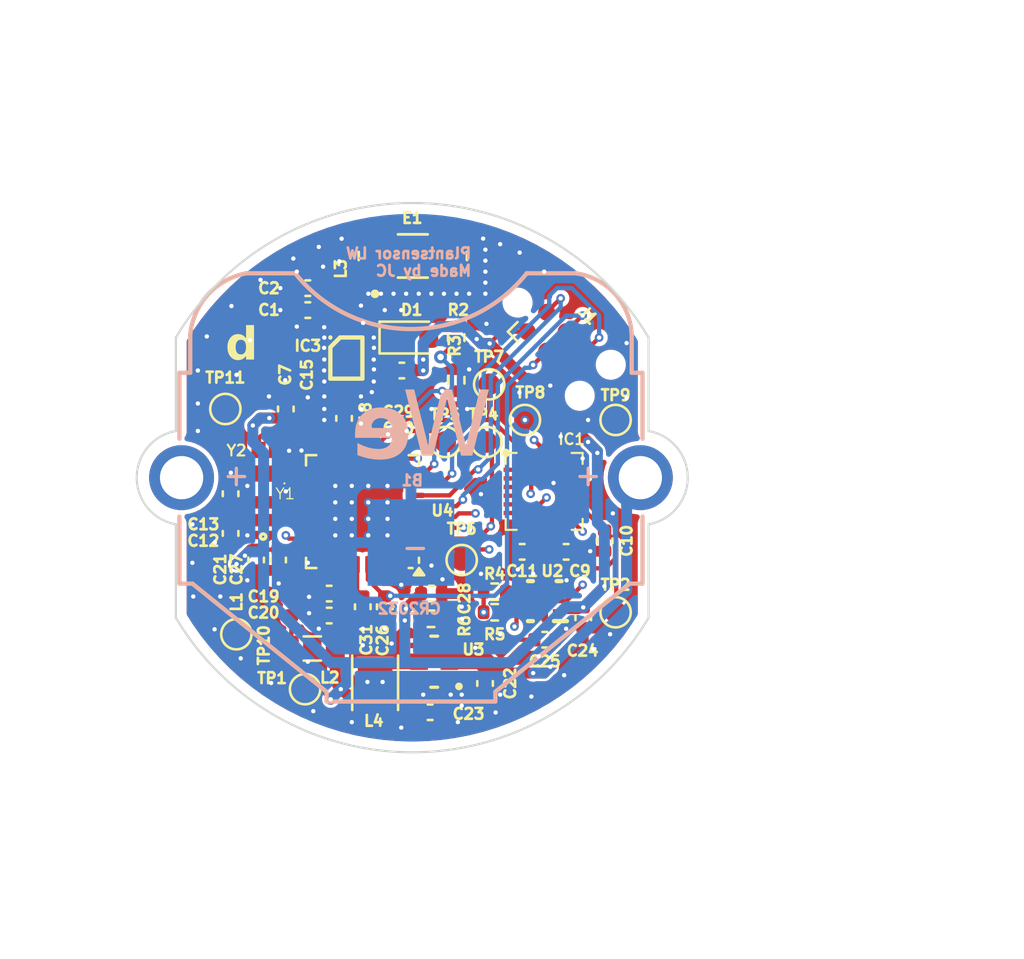
<source format=kicad_pcb>
(kicad_pcb (version 20240108) (generator "pcbnew") (generator_version "8.0")
  (layers (0 "F.Cu" signal) (1 "In1.Cu" signal) (2 "In2.Cu" signal) (31 "B.Cu" signal) (34 "B.Paste" user) (35 "F.Paste" user) (36 "B.SilkS" user "B.Silkscreen") (37 "F.SilkS" user "F.Silkscreen") (38 "B.Mask" user) (39 "F.Mask" user) (44 "Edge.Cuts" user))
  (net 0 "")
  (net 1 "GND")
  (net 2 "Net-(U4-RF1)")
  (net 3 "Net-(IC3-OUT)")
  (net 4 "/UART_TX")
  (net 5 "Net-(L1-Pad1)")
  (net 6 "+1V8")
  (net 7 "/OSC_IN")
  (net 8 "/BATT_ADC")
  (net 9 "Net-(IC1-REGOUT)")
  (net 10 "/SW_IMU")
  (net 11 "/CRYSTAL1")
  (net 12 "/CRYSTAL2")
  (net 13 "/VLXSD")
  (net 14 "Net-(U4-PA10)")
  (net 16 "/RF")
  (net 18 "/OSC_OUT")
  (net 19 "+BATT")
  (net 20 "/~{RESET}")
  (net 21 "Net-(D1-A)")
  (net 24 "/IMU_INT")
  (net 25 "/SCLK")
  (net 26 "/MISO")
  (net 28 "/MOSI")
  (net 29 "/~{SS}")
  (net 30 "/SWDIO")
  (net 31 "/SWCLK")
  (net 32 "Net-(U3-SW)")
  (net 33 "/LED")
  (net 35 "/SW_BATT")
  (net 36 "Net-(U3-VSET)")
  (net 37 "/BATT_EN")
  (net 38 "/IMU_EN")
  (net 40 "/VDD_CAP")
  (net 41 "Net-(E1-Pad1)")
  (footprint "Capacitor_SMD:C_0402_1005Metric" (layer "F.Cu") (at 103.6955 82.598999)
    (property "Reference" "C23")
    (property "Value" "10u")
  )
  (footprint "Connector:Tag-Connect_TC2030-IDC-NL_2x03_P1.27mm_Vertical" (layer "F.Cu") (at 109.532987 65.454962 -45)
    (property "Reference" "J1")
    (property "Value" "TC2030_SWD-MCP-NL")
  )
  (footprint "Antenna:XDCR_2450AT42E0100E" (layer "F.Cu") (at 102.898 61.506 180)
    (property "Reference" "E1")
    (property "Value" "609-2450AT42E0100001")
  )
  (footprint "Capacitor_SMD:C_0402_1005Metric" (layer "F.Cu") (at 96.672 75.562 -90)
    (property "Reference" "C27")
    (property "Value" "100n")
  )
  (footprint "Capacitor_SMD:C_0402_1005Metric" (layer "F.Cu") (at 100.584 77.724 -90)
    (property "Reference" "C31")
    (property "Value" "220n")
  )
  (footprint "Capacitor_SMD:C_0402_1005Metric" (layer "F.Cu") (at 98.044 64.008 180)
    (property "Reference" "C1")
    (property "Value" "DNP")
  )
  (footprint "Capacitor_SMD:C_0402_1005Metric" (layer "F.Cu") (at 108.994 79.248)
    (property "Reference" "C25")
    (property "Value" "100n")
  )
  (footprint "TPS22960:RSE0008A" (layer "F.Cu") (at 108.994 77.461999 180)
    (property "Reference" "U2")
    (property "Value" "TPS22960RSER")
  )
  (footprint "Capacitor_SMD:C_0402_1005Metric" (layer "F.Cu") (at 95.656 75.562 -90)
    (property "Reference" "C21")
    (property "Value" "4.7u")
  )
  (footprint "Capacitor_SMD:C_0402_1005Metric" (layer "F.Cu") (at 110.772 78.232 -90)
    (property "Reference" "C24")
    (property "Value" "100n")
  )
  (footprint "LED_SMD:LED_0603_1608Metric" (layer "F.Cu") (at 102.8445 65.278)
    (property "Reference" "D1")
    (property "Value" "LED, RED")
  )
  (footprint "Inductor_SMD:L_0402_1005Metric" (layer "F.Cu") (at 99.568 63.523 90)
    (property "Reference" "L3")
    (property "Value" "DNP")
  )
  (footprint "TestPoint:TestPoint_Pad_D1.0mm" (layer "F.Cu") (at 94.742 78.994)
    (property "Reference" "TP10")
    (property "Value" "TestPoint")
  )
  (footprint "Inductor_SMD:L_0805_2012Metric" (layer "F.Cu") (at 98.2515 79.654 180)
    (property "Reference" "L2")
    (property "Value" "LQM21DN100M70L - 10u")
  )
  (footprint "Capacitor_SMD:C_0402_1005Metric" (layer "F.Cu") (at 103.756 77.114)
    (property "Reference" "C28")
    (property "Value" "1u")
  )
  (footprint "Resistor_SMD:R_0402_1005Metric" (layer "F.Cu") (at 106.68 77.028)
    (property "Reference" "R4")
    (property "Value" "470k")
  )
  (footprint "TestPoint:TestPoint_Pad_D1.0mm" (layer "F.Cu") (at 97.917 81.534)
    (property "Reference" "TP1")
    (property "Value" "TestPoint")
  )
  (footprint "Capacitor_SMD:C_0402_1005Metric" (layer "F.Cu") (at 109.982 75.184)
    (property "Reference" "C9")
    (property "Value" "100n")
  )
  (footprint "TPS62840:VSON8_2P1X1P6_TEX" (layer "F.Cu") (at 103.886 80.264 180)
    (property "Reference" "U3")
    (property "Value" "TPS62840DLCR")
  )
  (footprint "Resistor_SMD:R_0402_1005Metric" (layer "F.Cu") (at 103.736 78.280999)
    (property "Reference" "R6")
    (property "Value" "0")
  )
  (footprint "TestPoint:TestPoint_Pad_D1.0mm" (layer "F.Cu") (at 108.077 69.088)
    (property "Reference" "TP8")
    (property "Value" "TestPoint")
  )
  (footprint "TestPoint:TestPoint_Pad_D1.0mm" (layer "F.Cu") (at 112.268 77.978)
    (property "Reference" "TP2")
    (property "Value" "TestPoint")
  )
  (footprint "Inductor_SMD:L_Murata_DFE201610P" (layer "F.Cu") (at 101.1555 81.238999 -90)
    (property "Reference" "L4")
    (property "Value" "81-DFE201612E-2R2MP2 - 2u2")
  )
  (footprint "Capacitor_SMD:C_0402_1005Metric" (layer "F.Cu") (at 111.76 74.676 -90)
    (property "Reference" "C10")
    (property "Value" "100n")
  )
  (footprint "Resistor_SMD:R_0402_1005Metric" (layer "F.Cu") (at 104.902 65.28 90)
    (property "Reference" "R2")
    (property "Value" "R")
  )
  (footprint "Crystal3:XTAL_ECS-.327-6-1210-TR" (layer "F.Cu") (at 95.9798 73.3083 90)
    (property "Reference" "Y1")
    (property "Value" "520-.327-6-1210-TR (32.768kHz)")
  )
  (footprint "TestPoint:TestPoint_Pad_D1.0mm" (layer "F.Cu") (at 106.299 70.104)
    (property "Reference" "TP4")
    (property "Value" "TestPoint")
  )
  (footprint "Capacitor_SMD:C_0402_1005Metric" (layer "F.Cu") (at 97.028 68.58 90)
    (property "Reference" "C7")
    (property "Value" "100n")
  )
  (footprint "Capacitor_SMD:C_0402_1005Metric" (layer "F.Cu") (at 99.032 77.114 180)
    (property "Reference" "C19")
    (property "Value" "100n")
  )
  (footprint "Capacitor_SMD:C_0201_0603Metric" (layer "F.Cu") (at 98.044 68.806 90)
    (property "Reference" "C15")
    (property "Value" "3p")
  )
  (footprint "Inductor_SMD:L_0402_1005Metric" (layer "F.Cu") (at 97.282 77.645 90)
    (property "Reference" "L1")
    (property "Value" "LQG15HN22NG02D - 22n")
  )
  (footprint "Crystal2:OSCSC105P160X120X35-4N" (layer "F.Cu") (at 96.164 71.018 90)
    (property "Reference" "Y2")
    (property "Value" "NX1612SA-32.000MHZ-CHP-CIS-3")
  )
  (footprint "Libraries:ICM20948" (layer "F.Cu") (at 108.966 72.39)
    (property "Reference" "IC1")
    (property "Value" "ICM-20948" (hide yes))
  )
  (footprint "Capacitor_SMD:C_0402_1005Metric" (layer "F.Cu") (at 94.476 74.333 -90)
    (property "Reference" "C12")
    (property "Value" "6p")
  )
  (footprint "Capacitor_SMD:C_0402_1005Metric" (layer "F.Cu") (at 101.6 77.724 90)
    (property "Reference" "C26")
    (property "Value" "100n")
  )
  (footprint "Capacitor_SMD:C_0402_1005Metric" (layer "F.Cu") (at 107.95 75.184 180)
    (property "Reference" "C11")
    (property "Value" "100n")
  )
  (footprint "Capacitor_SMD:C_0402_1005Metric" (layer "F.Cu") (at 99.032 78.13 180)
    (property "Reference" "C20")
    (property "Value" "4.7u")
  )
  (footprint "TestPoint:TestPoint_Pad_D1.0mm" (layer "F.Cu") (at 104.394 70.104)
    (property "Reference" "TP5")
    (property "Value" "TestPoint")
  )
  (footprint "Capacitor_SMD:C_0402_1005Metric" (layer "F.Cu") (at 98.044 62.992 180)
    (property "Reference" "C2")
    (property "Value" "DNP")
  )
  (footprint "TestPoint:TestPoint_Pad_D1.0mm" (layer "F.Cu") (at 94.234 68.58)
    (property "Reference" "TP11")
    (property "Value" "TestPoint")
  )
  (footprint "Capacitor_SMD:C_0402_1005Metric" (layer "F.Cu") (at 106.2355 81.269499 -90)
    (property "Reference" "C22")
    (property "Value" "4.7u")
  )
  (footprint "Capacitor_SMD:C_0402_1005Metric" (layer "F.Cu") (at 99.72 69.014 -90)
    (property "Reference" "C18")
    (property "Value" "20p")
  )
  (footprint "TestPoint:TestPoint_Pad_D1.0mm" (layer "F.Cu") (at 112.268 69.088)
    (property "Reference" "TP9")
    (property "Value" "TestPoint")
  )
  (footprint "Resistor_SMD:R_0402_1005Metric" (layer "F.Cu") (at 106.68 77.978 180)
    (property "Reference" "R5")
    (property "Value" "220k")
  )
  (footprint "Capacitor_SMD:C_0402_1005Metric" (layer "F.Cu") (at 94.476 72.499 90)
    (property "Reference" "C13")
    (property "Value" "6p")
  )
  (footprint "Resistor_SMD:R_0402_1005Metric" (layer "F.Cu") (at 104.902 67.25 90)
    (property "Reference" "R3")
    (property "Value" "100k")
  )
  (footprint "MLPF-NRG-01D3:MLPFNRG01D3" (layer "F.Cu") (at 99.826 66.225 -90)
    (property "Reference" "IC3")
    (property "Value" "MLPF-NRG-01D3" (hide yes))
  )
  (footprint "TestPoint:TestPoint_Pad_D1.0mm" (layer "F.Cu") (at 105.156 75.565)
    (property "Reference" "TP6")
    (property "Value" "TestPoint")
  )
  (footprint "Package_DFN_QFN:QFN-32-1EP_5x5mm_P0.5mm_EP3.7x3.7mm" (layer "F.Cu") (at 100.572 73.324 180)
    (property "Reference" "U4")
    (property "Value" "STM32WB09KEVx")
  )
  (footprint "TestPoint:TestPoint_Pad_D1.0mm" (layer "F.Cu") (at 106.426 67.437)
    (property "Reference" "TP7")
    (property "Value" "TestPoint")
  )
  (footprint "Capacitor_SMD:C_0201_0603Metric" (layer "F.Cu") (at 102.18 67.818 180)
    (property "Reference" "C30")
    (property "Value" "3p")
  )
  (footprint "Capacitor_SMD:C_0402_1005Metric" (layer "F.Cu") (at 102.39 66.802 180)
    (property "Reference" "C29")
    (property "Value" "100n")
  )
  (footprint "Battery_holder:WA-BCMC_79523211" (layer "B.Cu") (at 102.811 71.755 180)
    (property "Reference" "B1")
    (property "Value" "WA-BCMC")
    (property "VALUE" "79523141" (hide yes))
  )
  (gr_line (start 91.948001 65.276094) (end 91.948326 69.597849) (stroke (width 0.1)) (layer "Edge.Cuts"))
  (gr_line (start 113.791999 65.276094) (end 113.791674 69.597849) (stroke (width 0.1)) (layer "Edge.Cuts"))
  (gr_arc (start 113.791674 69.597849) (mid 115.601481 71.754835) (end 113.791998 73.912093) (stroke (width 0.1)) (layer "Edge.Cuts"))
  (gr_arc (start 102.87 59.055) (mid 109.154744 60.719347) (end 113.791999 65.276094) (stroke (width 0.1)) (layer "Edge.Cuts"))
  (gr_arc (start 113.791999 78.232) (mid 109.154745 82.788747) (end 102.87 84.453094) (stroke (width 0.1)) (layer "Edge.Cuts"))
  (gr_arc (start 91.948002 73.912093) (mid 90.138517 71.754835) (end 91.948326 69.597849) (stroke (width 0.1)) (layer "Edge.Cuts"))
  (gr_line (start 113.791998 73.912093) (end 113.791999 78.232) (stroke (width 0.1)) (layer "Edge.Cuts"))
  (gr_arc (start 102.87 84.453094) (mid 96.585255 82.788747) (end 91.948001 78.232) (stroke (width 0.1)) (layer "Edge.Cuts"))
  (gr_line (start 91.948001 73.912094) (end 91.948 78.232) (stroke (width 0.1)) (layer "Edge.Cuts"))
  (gr_arc (start 91.948001 65.276094) (mid 96.585255 60.719347) (end 102.87 59.055) (stroke (width 0.1)) (layer "Edge.Cuts"))
  (gr_text "CR2032" (at 104.267 78.105 0) (layer "B.SilkS") (effects (font (size 0.5 0.5) (thickness 0.125) (bold yes)) (justify left bottom mirror)))
  (gr_text "Plantsensor LW\nMade by JC" (at 105.664 62.484 -0) (layer "B.SilkS") (effects (font (size 0.5 0.5) (thickness 0.125) (bold yes)) (justify left bottom mirror)))
  (gr_text "W" (at 106.553 71.247 0) (layer "B.SilkS") (effects (font (size 3 3) (thickness 0.1)) (justify left bottom mirror)))
  (gr_text "e" (at 102.87 71.374 0) (layer "B.SilkS") (effects (font (size 3 3) (thickness 0.3) (bold yes)) (justify left bottom mirror)))
  (gr_text "d" (at 94.234 66.548 0) (layer "F.SilkS") (effects (font (size 1.5 1.5) (thickness 0.3) (bold yes)) (justify left bottom)))
  (segment (start 111.094 75.156) (end 111.76 75.156) (width 0.2) (layer "F.Cu") (net 1))
  (segment (start 99.576 66.225) (end 100.076 66.225) (width 0.2) (layer "F.Cu") (net 1))
  (segment (start 96.672 76.619707) (end 96.672 76.042) (width 0.2) (layer "F.Cu") (net 1))
  (segment (start 93.813 74.813) (end 93.75 74.75) (width 0.2) (layer "F.Cu") (net 1))
  (segment (start 105 66.74) (end 105.49 66.74) (width 0.2) (layer "F.Cu") (net 1))
  (segment (start 105.783749 79.621749) (end 105.391498 80.014) (width 0.2) (layer "F.Cu") (net 1))
  (segment (start 101.6 78.204) (end 101.628 78.176) (width 0.508) (layer "F.Cu") (net 1))
  (segment (start 104.518013 82.598999) (end 104.1755 82.598999) (width 0.2) (layer "F.Cu") (net 1))
  (segment (start 110.772 78.712) (end 110.01 78.712) (width 0.2) (layer "F.Cu") (net 1))
  (segment (start 100.076 66.225) (end 101.023 66.225) (width 0.2) (layer "F.Cu") (net 1))
  (segment (start 99.322 75.774) (end 99.322 76.344) (width 0.2) (layer "F.Cu") (net 1))
  (segment (start 98.044 68.044) (end 98.044 68.486) (width 0.2) (layer "F.Cu") (net 1))
  (segment (start 106.934 78.994) (end 106.934 78.234) (width 0.2) (layer "F.Cu") (net 1))
  (segment (start 98.875 66.225) (end 98.806 66.294) (width 0.2) (layer "F.Cu") (net 1))
  (segment (start 109.566 70.89) (end 109.566 70.012) (width 0.2) (layer "F.Cu") (net 1))
  (segment (start 104.5845 81.014001) (end 104.5845 81.0845) (width 0.2) (layer "F.Cu") (net 1))
  (segment (start 110.466 71.144) (end 110.744 70.866) (width 0.2) (layer "F.Cu") (net 1))
  (segment (start 105.391498 80.014) (end 104.5845 80.014) (width 0.2) (layer "F.Cu") (net 1))
  (segment (start 94.488 71.526) (end 94.476 71.538) (width 0.2) (layer "F.Cu") (net 1))
  (segment (start 98.552 77.114) (end 98.552 78.13) (width 0.2) (layer "F.Cu") (net 1))
  (segment (start 109.982 66.802) (end 109.948 66.802) (width 0.2) (layer "F.Cu") (net 1))
  (segment (start 100.076 65.648) (end 100.076 66.802) (width 0.2) (layer "F.Cu") (net 1))
  (segment (start 105.017001 81.014001) (end 105.839999 81.836999) (width 0.2) (layer "F.Cu") (net 1))
  (segment (start 94.488 71.526) (end 94.505 71.543) (width 0.2) (layer "F.Cu") (net 1))
  (segment (start 100.584 78.74) (end 100.584 78.204) (width 0.2) (layer "F.Cu") (net 1))
  (segment (start 107.47 75.72) (end 107.75 76) (width 0.2) (layer "F.Cu") (net 1))
  (segment (start 98.210353 78.13) (end 98.552 78.13) (width 0.2) (layer "F.Cu") (net 1))
  (segment (start 104.5845 81.7245) (end 104.5845 81.014001) (width 0.2) (layer "F.Cu") (net 1))
  (segment (start 94.505 71.543) (end 95.789 71.543) (width 0.2) (layer "F.Cu") (net 1))
  (segment (start 107.47 75.184) (end 107.47 75.72) (width 0.2) (layer "F.Cu") (net 1))
  (segment (start 94.476 74.813) (end 93.813 74.813) (width 0.2) (layer "F.Cu") (net 1))
  (segment (start 98.253469 77.114) (end 98.102 77.265469) (width 0.2) (layer "F.Cu") (net 1))
  (segment (start 111.066 75.184) (end 111.094 75.156) (width 0.2) (layer "F.Cu") (net 1))
  (segment (start 103.1875 80.014) (end 102.507501 80.014) (width 0.2) (layer "F.Cu") (net 1))
  (segment (start 104.648 60.706) (end 106.134 60.706) (width 0.508) (layer "F.Cu") (net 1))
  (segment (start 110.466 71.39) (end 110.466 71.144) (width 0.2) (layer "F.Cu") (net 1))
  (segment (start 102.507501 80.014) (end 101.9175 79.423999) (width 0.2) (layer "F.Cu") (net 1))
  (segment (start 105.49 66.74) (end 105.5 66.75) (width 0.2) (layer "F.Cu") (net 1))
  (segment (start 96.539 70.493) (end 97.163 70.493) (width 0.2) (layer "F.Cu") (net 1))
  (segment (start 110.01 78.712) (end 109.474 79.248) (width 0.2) (layer "F.Cu") (net 1))
  (segment (start 109.566 74.288) (end 110.462 75.184) (width 0.2) (layer "F.Cu") (net 1))
  (segment (start 109.644001 76.962) (end 109.644001 76.855999) (width 0.2) (layer "F.Cu") (net 1))
  (segment (start 95.656 76.094) (end 95.25 76.5) (width 0.2) (layer "F.Cu") (net 1))
  (segment (start 109.566 73.89) (end 109.566 74.288) (width 0.2) (layer "F.Cu") (net 1))
  (segment (start 104.5845 81.014001) (end 105.017001 81.014001) (width 0.2) (layer "F.Cu") (net 1))
  (segment (start 97.163 70.493) (end 97.18 70.51) (width 0.2) (layer "F.Cu") (net 1))
  (segment (start 109.644001 76.855999) (end 110 76.5) (width 0.2) (layer "F.Cu") (net 1))
  (segment (start 110.462 75.184) (end 111.066 75.184) (width 0.2) (layer "F.Cu") (net 1))
  (segment (start 99.322 76.344) (end 98.552 77.114) (width 0.2) (layer "F.Cu") (net 1))
  (segment (start 98.408 76.97) (end 98.552 77.114) (width 0.2) (layer "F.Cu") (net 1))
  (segment (start 106.934 78.234) (end 107.19 77.978) (width 0.2) (layer "F.Cu") (net 1))
  (segment (start 96.698846 76.646553) (end 96.672 76.619707) (width 0.2) (layer "F.Cu") (net 1))
  (segment (start 109.948 66.802) (end 109.25 67.5) (width 0.2) (layer "F.Cu") (net 1))
  (segment (start 101.023 66.225) (end 101.092 66.294) (width 0.2) (layer "F.Cu") (net 1))
  (segment (start 109.566 70.012) (end 109.728 69.85) (width 0.2) (layer "F.Cu") (net 1))
  (segment (start 99.576 66.225) (end 98.875 66.225) (width 0.2) (layer "F.Cu") (net 1))
  (segment (start 98.101999 78.021646) (end 98.210353 78.13) (width 0.2) (layer "F.Cu") (net 1))
  (segment (start 95.656 76.042) (end 95.656 76.094) (width 0.2) (layer "F.Cu") (net 1))
  (segment (start 94.476 71.538) (end 94.476 72.019) (width 0.2) (layer "F.Cu") (net 1))
  (segment (start 107.706001 77.461999) (end 107.19 77.978) (width 0.2) (layer "F.Cu") (net 1))
  (segment (start 98.552 77.114) (end 98.253469 77.114) (width 0.2) (layer "F.Cu") (net 1))
  (segment (start 109.982 78.74) (end 109.474 79.248) (width 0.2) (layer "F.Cu") (net 1))
  (segment (start 108.343999 77.461999) (end 107.706001 77.461999) (width 0.2) (layer "F.Cu") (net 1))
  (segment (start 101.148 60.706) (end 99.606 60.706) (width 0.508) (layer "F.Cu") (net 1))
  (segment (start 104.648 81.788) (end 104.5845 81.7245) (width 0.2) (layer "F.Cu") (net 1))
  (segment (start 105.839999 81.836999) (end 106.2355 81.836999) (width 0.2) (layer "F.Cu") (net 1))
  (segment (start 104.977014 83.058) (end 104.518013 82.598999) (width 0.2) (layer "F.Cu") (net 1))
  (via (at 100.5 63.8) (size 0.4) (drill 0.2) (layers "F.Cu" "B.Cu") (net 1))
  (via (at 109.25 67.5) (size 0.4) (drill 0.2) (layers "F.Cu" "B.Cu") (net 1))
  (via (at 100.8 81.2) (size 0.4) (drill 0.2) (layers "F.Cu" "B.Cu") (net 1))
  (via (at 101.6 78.74) (size 0.4) (drill 0.2) (layers "F.Cu" "B.Cu") (net 1))
  (via (at 100.076 74.422) (size 0.4) (drill 0.2) (layers "F.Cu" "B.Cu") (net 1))
  (via (at 99.314 73.66) (size 0.4) (drill 0.2) (layers "F.Cu" "B.Cu") (net 1))
  (via (at 105.156 81.788) (size 0.4) (drill 0.2) (layers "F.Cu" "B.Cu") (net 1))
  (via (at 106.045 72.517) (size 0.4) (drill 0.2) (layers "F.Cu" "B.Cu") (net 1))
  (via (at 112.014 78.994) (size 0.4) (drill 0.2) (layers "F.Cu" "B.Cu") (net 1))
  (via (at 105.41 68.58) (size 0.4) (drill 0.2) (layers "F.Cu" "B.Cu") (net 1))
  (via (at 102.362 83.312) (size 0.4) (drill 0.2) (layers "F.Cu" "B.Cu") (net 1))
  (via (at 94.945146 80.109608) (size 0.4) (drill 0.2) (layers "F.Cu" "B.Cu") (net 1))
  (via (at 111.234608 79.679854) (size 0.4) (drill 0.2) (layers "F.Cu" "B.Cu") (net 1))
  (via (at 99.314 74.422) (size 0.4) (drill 0.2) (layers "F.Cu" "B.Cu") (net 1))
  (via (at 101.424038 63.25) (size 0.4) (drill 0.2) (layers "F.Cu" "B.Cu") (net 1))
  (via (at 109.891185 80.889955) (size 0.4) (drill 0.2) (layers "F.Cu" "B.Cu") (net 1))
  (via (at 99.314 72.898) (size 0.4) (drill 0.2) (layers "F.Cu" "B.Cu") (net 1))
  (via (at 104.335438 63.25) (size 0.4) (drill 0.2) (layers "F.Cu" "B.Cu") (net 1))
  (via (at 107.75 76) (size 0.4) (drill 0.2) (layers "F.Cu" "B.Cu") (net 1))
  (via (at 111.094 75.156) (size 0.4) (drill 0.2) (layers "F.Cu" "B.Cu") (net 1))
  (via (at 100.838 74.422) (size 0.4) (drill 0.2) (layers "F.Cu" "B.Cu") (net 1))
  (via (at 104.977014 83.058) (size 0.4) (drill 0.2) (layers "F.Cu" "B.Cu") (net 1))
  (via (at 101.5 81.2) (size 0.4) (drill 0.2) (layers "F.Cu" "B.Cu") (net 1))
  (via (at 100.076 83.058) (size 0.4) (drill 0.2) (layers "F.Cu" "B.Cu") (net 1))
  (via (at 102.362 64.008) (size 0.4) (drill 0.2) (layers "F.Cu" "B.Cu") (net 1))
  (via (at 105.156 82.296) (size 0.4) (drill 0.2) (layers "F.Cu" "B.Cu") (net 1))
  (via (at 95.25 74.422) (size 0.4) (drill 0.2) (layers "F.Cu" "B.Cu") (net 1))
  (via (at 99.5 61.75) (size 0.4) (drill 0.2) (layers "F.Cu" "B.Cu") (net 1))
  (via (at 104.648 81.788) (size 0.4) (drill 0.2) (layers "F.Cu" "B.Cu") (net 1))
  (via (at 92.71 73.914) (size 0.4) (drill 0.2) (layers "F.Cu" "B.Cu") (net 1))
  (via (at 95.25 76.5) (size 0.4) (drill 0.2) (layers "F.Cu" "B.Cu") (net 1))
  (via (at 112.776 65.532) (size 0.4) (drill 0.2) (layers "F.Cu" "B.Cu") (net 1))
  (via (at 106.25 61.214) (size 0.4) (drill 0.2) (layers "F.Cu" "B.Cu") (net 1))
  (via (at 105.5 63.25) (size 0.4) (drill 0.2) (layers "F.Cu" "B.Cu") (net 1))
  (via (at 100.5 68.58) (size 0.4) (drill 0.2) (layers "F.Cu" "B.Cu") (net 1))
  (via (at 96.774 64.008) (size 0.4) (drill 0.2) (layers "F.Cu" "B.Cu") (net 1))
  (via (at 109.728 69.85) (size 0.4) (drill 0.2) (layers "F.Cu" "B.Cu") (net 1))
  (via (at 109.4 72) (size 0.4) (drill 0.2) (layers "F.Cu" "B.Cu") (net 1))
  (via (at 98.806 68.58) (size 0.4) (drill 0.2) (layers "F.Cu" "B.Cu") (net 1))
  (via (at 101.1 66.75) (size 0.4) (drill 0.2) (layers "F.Cu" "B.Cu") (net 1))
  (via (at 106.934 81.788) (size 0.4) (drill 0.2) (layers "F.Cu" "B.Cu") (net 1))
  (via (at 110.998 69.088) (size 0.4) (drill 0.2) (layers "F.Cu" "B.Cu") (net 1))
  (via (at 98.102 77.265469) (size 0.4) (drill 0.2) (layers "F.Cu" "B.Cu") (net 1))
  (via (at 106.934 60.96) (size 0.4) (drill 0.2) (layers "F.Cu" "B.Cu") (net 1))
  (via (at 94 77.25) (size 0.4) (drill 0.2) (layers "F.Cu" "B.Cu") (net 1))
  (via (at 107.823 67.818) (size 0.4) (drill 0.2) (layers "F.Cu" "B.Cu") (net 1))
  (via (at 101.727 74.422) (size 0.4) (drill 0.2) (layers "F.Cu" "B.Cu") (net 1))
  (via (at 97 67.25) (size 0.4) (drill 0.2) (layers "F.Cu" "B.Cu") (net 1))
  (via (at 98.806 69.088) (size 0.4) (drill 0.2) (layers "F.Cu" "B.Cu") (net 1))
  (via (at 106.25 62.23) (size 0.4) (drill 0.2) (layers "F.Cu" "B.Cu") (net 1))
  (via (at 103.753158 63.25) (size 0.4) (drill 0.2) (layers "F.Cu" "B.Cu") (net 1))
  (via (at 98.044 68.044) (size 0.4) (drill 0.2) (layers "F.Cu" "B.Cu") (net 1))
  (via (at 103.170878 63.25) (size 0.4) (drill 0.2) (layers "F.Cu" "B.Cu") (net 1))
  (via (at 96.350507 81.24719) (size 0.4) (drill 0.2) (layers "F.Cu" "B.Cu") (net 1))
  (via (at 100.6 64.6) (size 0.4) (drill 0.2) (layers "F.Cu" "B.Cu") (net 1))
  (via (at 100.5 68) (size 0.4) (drill 0.2) (layers "F.Cu" "B.Cu") (net 1))
  (via (at 98.806 67.31) (size 0.4) (drill 0.2) (layers "F.Cu" "B.Cu") (net 1))
  (via (at 97.375 61.625) (size 0.4) (drill 0.2) (layers "F.Cu" "B.Cu") (net 1))
  (via (at 105.156 77.724) (size 0.4) (drill 0.2) (layers "F.Cu" "B.Cu") (net 1))
  (via (at 102.362 76.708) (size 0.4) (drill 0.2) (layers "F.Cu" "B.Cu") (net 1))
  (via (at 98.8 66.8) (size 0.4) (drill 0.2) (layers "F.Cu" "B.Cu") (net 1))
  (via (at 103.759 68.58) (size 0.4) (drill 0.2) (layers "F.Cu" "B.Cu") (net 1))
  (via (at 100.841758 63.25) (size 0.4) (drill 0.2) (layers "F.Cu" "B.Cu") (net 1))
  (via (at 108.712 80.01) (size 0.4) (drill 0.2) (layers "F.Cu" "B.Cu") (net 1))
  (via (at 100.838 72.898) (size 0.4) (drill 0.2) (layers "F.Cu" "B.Cu") (net 1))
  (via (at 101.092 66.294) (size 0.4) (drill 0.2) (layers "F.Cu" "B.Cu") (net 1))
  (via (at 104.267 76.454) (size 0.4) (drill 0.2) (layers "F.Cu" "B.Cu") (net 1))
  (via (at 103.759 75.819) (size 0.4) (drill 0.2) (layers "F.Cu" "B.Cu") (net 1))
  (via (at 101.092 65.278) (size 0.4) (drill 0.2) (layers "F.Cu" "B.Cu") (net 1))
  (via (at 100.076 72.898) (size 0.4) (drill 0.2) (layers "F.Cu" "B.Cu") (net 1))
  (via (at 112.776 68.072) (size 0.4) (drill 0.2) (layers "F.Cu" "B.Cu") (net 1))
  (via (at 101.727 72.898) (size 0.4) (drill 0.2) (layers "F.Cu" "B.Cu") (net 1))
  (via (at 98.806 65.278) (size 0.4) (drill 0.2) (layers "F.Cu" "B.Cu") (net 1))
  (via (at 101.092 67.31) (size 0.4) (drill 0.2) (layers "F.Cu" "B.Cu") (net 1))
  (via (at 100.838 72.136) (size 0.4) (drill 0.2) (layers "F.Cu" "B.Cu") (net 1))
  (via (at 95.25 72.136) (size 0.4) (drill 0.2) (layers "F.Cu" "B.Cu") (net 1))
  (via (at 100.584 79.502) (size 0.4) (drill 0.2) (layers "F.Cu" "B.Cu") (net 1))
  (via (at 107.833478 61.349081) (size 0.4) (drill 0.2) (layers "F.Cu" "B.Cu") (net 1))
  (via (at 106.145369 60.701457) (size 0.4) (drill 0.2) (layers "F.Cu" "B.Cu") (net 1))
  (via (at 101.6 64.008) (size 0.4) (drill 0.2) (layers "F.Cu" "B.Cu") (net 1))
  (via (at 104.917718 63.25) (size 0.4) (drill 0.2) (layers "F.Cu" "B.Cu") (net 1))
  (via (at 98.75 62) (size 0.4) (drill 0.2) (layers "F.Cu" "B.Cu") (net 1))
  (via (at 108.458 76.2) (size 0.4) (drill 0.2) (layers "F.Cu" "B.Cu") (net 1))
  (via (at 101.1 65.75) (size 0.4) (drill 0.2) (layers "F.Cu" "B.Cu") (net 1))
  (via (at 92.71 75.692) (size 0.4) (drill 0.2) (layers "F.Cu" "B.Cu") (net 1))
  (via (at 97.028 72.39) (size 0.4) (drill 0.2) (layers "F.Cu" "B.Cu") (net 1))
  (via (at 106.934 78.994) (size 0.4) (drill 0.2) (layers "F.Cu" "B.Cu") (net 1))
  (via (at 97.536 64.77) (size 0.4) (drill 0.2) (layers "F.Cu" "B.Cu") (net 1))
  (via (at 97.536 62.23) (size 0.4) (drill 0.2) (layers "F.Cu" "B.Cu") (net 1))
  (via (at 101.727 73.66) (size 0.4) (drill 0.2) (layers "F.Cu" "B.Cu") (net 1))
  (via (at 92.75 77.25) (size 0.4) (drill 0.2) (layers "F.Cu" "B.Cu") (net 1))
  (via (at 93.735045 78.766185) (size 0.4) (drill 0.2) (layers "F.Cu" "B.Cu") (net 1))
  (via (at 101 67.8) (size 0.4) (drill 0.2) (layers "F.Cu" "B.Cu") (net 1))
  (via (at 106.299 64.643) (size 0.4) (drill 0.2) (layers "F.Cu" "B.Cu") (net 1))
  (via (at 108.966 62.23) (size 0.4) (drill 0.2) (layers "F.Cu" "B.Cu") (net 1))
  (via (at 93.37781 65.225507) (size 0.4) (drill 0.2) (layers "F.Cu" "B.Cu") (net 1))
  (via (at 98.044 75.692) (size 0.4) (drill 0.2) (layers "F.Cu" "B.Cu") (net 1))
  (via (at 100.076 72.136) (size 0.4) (drill 0.2) (layers "F.Cu" "B.Cu") (net 1))
  (via (at 102.588598 63.25) (size 0.4) (drill 0.2) (layers "F.Cu" "B.Cu") (net 1))
  (via (at 105.156 78.280999) (size 0.4) (drill 0.2) (layers "F.Cu" "B.Cu") (net 1))
  (via (at 106.25 63.25) (size 0.4) (drill 0.2) (layers "F.Cu" "B.Cu") (net 1))
  (via (at 98.044 80.264) (size 0.4) (drill 0.2) (layers "F.Cu" "B.Cu") (net 1))
  (via (at 100.076 73.66) (size 0.4) (drill 0.2) (layers "F.Cu" "B.Cu") (net 1))
  (via (at 92.964 66.802) (size 0.4) (drill 0.2) (layers "F.Cu" "B.Cu") (net 1))
  (via (at 94.75 67) (size 0.4) (drill 0.2) (layers "F.Cu" "B.Cu") (net 1))
  (via (at 103.378 81.788) (size 0.4) (drill 0.2) (layers "F.Cu" "B.Cu") (net 1))
  (via (at 95.377 65.405) (size 0.4) (drill 0.2) (layers "F.Cu" "B.Cu") (net 1))
  (via (at 98.806 66.294) (size 0.4) (drill 0.2) (layers "F.Cu" "B.Cu") (net 1))
  (via (at 108.375 81.875) (size 0.4) (drill 0.2) (layers "F.Cu" "B.Cu") (net 1))
  (via (at 101.727 72.136) (size 0.4) (drill 0.2) (layers "F.Cu" "B.Cu") (net 1))
  (via (at 94.488 71.526) (size 0.4) (drill 0.2) (layers "F.Cu" "B.Cu") (net 1))
  (via (at 109.982 78.74) (size 0.4) (drill 0.2) (layers "F.Cu" "B.Cu") (net 1))
  (via (at 94.515392 63.820146) (size 0.4) (drill 0.2) (layers "F.Cu" "B.Cu") (net 1))
  (via (at 102.006318 63.25) (size 0.4) (drill 0.2) (layers "F.Cu" "B.Cu") (net 1))
  (via (at 101.9175 79.423999) (size 0.4) (drill 0.2) (layers "F.Cu" "B.Cu") (net 1))
  (via (at 100.584 78.74) (size 0.4) (drill 0.2) (layers "F.Cu" "B.Cu") (net 1))
  (via (at 98.298 82.55) (size 0.4) (drill 0.2) (layers "F.Cu" "B.Cu") (net 1))
  (via (at 98.806 68) (size 0.4) (drill 0.2) (layers "F.Cu" "B.Cu") (net 1))
  (via (at 100.838 73.66) (size 0.4) (drill 0.2) (layers "F.Cu" "B.Cu") (net 1))
  (via (at 112.141 73.406) (size 0.4) (drill 0.2) (layers "F.Cu" "B.Cu") (net 1))
  (via (at 95.858815 62.610045) (size 0.4) (drill 0.2) (layers "F.Cu" "B.Cu") (net 1))
  (via (at 98.8 64.8) (size 0.4) (drill 0.2) (layers "F.Cu" "B.Cu") (net 1))
  (via (at 92.964 69.596) (size 0.4) (drill 0.2) (layers "F.Cu" "B.Cu") (net 1))
  (via (at 98.101999 78.021646) (size 0.4) (drill 0.2) (layers "F.Cu" "B.Cu") (net 1))
  (via (at 92.964 68.326) (size 0.4) (drill 0.2) (layers "F.Cu" "B.Cu") (net 1))
  (via (at 105.783749 79.621749) (size 0.4) (drill 0.2) (layers "F.Cu" "B.Cu") (net 1))
  (via (at 93.75 74.75) (size 0.4) (drill 0.2) (layers "F.Cu" "B.Cu") (net 1))
  (via (at 100.5 69.25) (size 0.4) (drill 0.2) (layers "F.Cu" "B.Cu") (net 1))
  (via (at 106.723387 82.610734) (size 0.4) (drill 0.2) (layers "F.Cu" "B.Cu") (net 1))
  (via (at 99.606 60.706) (size 0.4) (drill 0.2) (layers "F.Cu" "B.Cu") (net 1))
  (via (at 96.25 68) (size 0.4) (drill 0.2) (layers "F.Cu" "B.Cu") (net 1))
  (via (at 98.8 65.75) (size 0.4) (drill 0.2) (layers "F.Cu" "B.Cu") (net 1))
  (via (at 97.18 70.51) (size 0.4) (drill 0.2) (layers "F.Cu" "B.Cu") (net 1))
  (via (at 110.744 70.866) (size 0.4) (drill 0.2) (layers "F.Cu" "B.Cu") (net 1))
  (via (at 97.75 70.5) (size 0.4) (drill 0.2) (layers "F.Cu" "B.Cu") (net 1))
  (via (at 99.314 72.136) (size 0.4) (drill 0.2) (layers "F.Cu" "B.Cu") (net 1))
  (via (at 106.25 61.722) (size 0.4) (drill 0.2) (layers "F.Cu" "B.Cu") (net 1))
  (via (at 96.774 62.992) (size 0.4) (drill 0.2) (layers "F.Cu" "B.Cu") (net 1))
  (via (at 98.552 78.74) (size 0.4) (drill 0.2) (layers "F.Cu" "B.Cu") (net 1))
  (via (at 105.5 66.75) (size 0.4) (drill 0.2) (layers "F.Cu" "B.Cu") (net 1))
  (via (at 110 76.5) (size 0.4) (drill 0.2) (layers "F.Cu" "B.Cu") (net 1))
  (via (at 106.045 76.2) (size 0.4) (drill 0.2) (layers "F.Cu" "B.Cu") (net 1))
  (via (at 98.552 61.087) (size 0.4) (drill 0.2) (layers "F.Cu" "B.Cu") (net 1))
  (via (at 106.25 62.738) (size 0.4) (drill 0.2) (layers "F.Cu" "B.Cu") (net 1))
  (via (at 96.698846 76.646553) (size 0.4) (drill 0.2) (layers "F.Cu" "B.Cu") (net 1))
  (segment (start 102.811 76.259) (end 102.362 76.708) (width 0.2) (layer "B.Cu") (net 1))
  (segment (start 102.811 74.755) (end 102.811 76.259) (width 0.2) (layer "B.Cu") (net 1))
  (segment (start 99.822 69.596) (end 99.822 70.874) (width 0.254) (layer "F.Cu") (net 2))
  (segment (start 99.72 69.494) (end 99.822 69.596) (width 0.2) (layer "F.Cu") (net 2))
  (segment (start 98.524 64.008) (end 99.568 64.008) (width 0.2) (layer "F.Cu") (net 3))
  (segment (start 99.568 65.024) (end 99.576 65.032) (width 0.508) (layer "F.Cu") (net 3))
  (segment (start 99.568 64.008) (end 99.568 65.024) (width 0.762) (layer "F.Cu") (net 3))
  (segment (start 98.524 62.992) (end 98.524 64.008) (width 0.508) (layer "F.Cu") (net 3))
  (segment (start 99.576 65.648) (end 99.576 65.032) (width 0.2) (layer "F.Cu") (net 3))
  (segment (start 110.880025 65.903975) (end 110.880025 66.811025) (width 0.2) (layer "F.Cu") (net 4))
  (segment (start 111.506 65.278) (end 110.880025 65.903975) (width 0.2) (layer "F.Cu") (net 4))
  (segment (start 112.268 68.199) (end 112.268 69.088) (width 0.2) (layer "F.Cu") (net 4))
  (segment (start 104.202 72.074) (end 103.022 72.074) (width 0.2) (layer "F.Cu") (net 4))
  (segment (start 110.880025 66.811025) (end 112.268 68.199) (width 0.2) (layer "F.Cu") (net 4))
  (segment (start 104.7115 71.5645) (end 104.202 72.074) (width 0.2) (layer "F.Cu") (net 4))
  (via (at 104.7115 71.5645) (size 0.4) (drill 0.2) (layers "F.Cu" "B.Cu") (net 4))
  (via (at 111.506 65.278) (size 0.4) (drill 0.2) (layers "F.Cu" "B.Cu") (net 4))
  (segment (start 110.236 62.992) (end 111.506 64.262) (width 0.2) (layer "B.Cu") (net 4))
  (segment (start 109.201 63.799) (end 109.201 63.348845) (width 0.2) (layer "B.Cu") (net 4))
  (segment (start 104.7115 70.5485) (end 106.173 69.087) (width 0.2) (layer "B.Cu") (net 4))
  (segment (start 104.7115 71.5645) (end 104.7115 70.5485) (width 0.2) (layer "B.Cu") (net 4))
  (segment (start 106.173 69.087) (end 106.173 66.827) (width 0.2) (layer "B.Cu") (net 4))
  (segment (start 109.557845 62.992) (end 110.236 62.992) (width 0.2) (layer "B.Cu") (net 4))
  (segment (start 106.173 66.827) (end 109.201 63.799) (width 0.2) (layer "B.Cu") (net 4))
  (segment (start 111.506 64.262) (end 111.506 65.278) (width 0.2) (layer "B.Cu") (net 4))
  (segment (start 109.201 63.348845) (end 109.557845 62.992) (width 0.2) (layer "B.Cu") (net 4))
  (segment (start 97.282 79.561) (end 97.189 79.654) (width 0.2) (layer "F.Cu") (net 5))
  (segment (start 97.282 78.13) (end 97.282 79.561) (width 0.2) (layer "F.Cu") (net 5))
  (segment (start 99.102 82) (end 99.568 81.534) (width 0.508) (layer "F.Cu") (net 6))
  (segment (start 103.378 66.802) (end 102.87 66.802) (width 0.508) (layer "F.Cu") (net 6))
  (segment (start 99.314 80.92079) (end 99.314 79.654) (width 0.508) (layer "F.Cu") (net 6))
  (segment (start 102.5255 78.359) (end 102.5255 77.8645) (width 0.508) (layer "F.Cu") (net 6))
  (segment (start 96.968 69) (end 97.028 69.06) (width 0.508) (layer "F.Cu") (net 6))
  (segment (start 99.512 77.114) (end 99.512 78.13) (width 0.2) (layer "F.Cu") (net 6))
  (segment (start 99.822 76.804) (end 99.512 77.114) (width 0.2) (layer "F.Cu") (net 6))
  (segment (start 100.322 70.073499) (end 102.150499 68.245) (width 0.2) (layer "F.Cu") (net 6))
  (segment (start 100.6305 81.963999) (end 101.1555 81.963999) (width 0.508) (layer "F.Cu") (net 6))
  (segment (start 102.5 67.818) (end 102.5 67.909) (width 0.2) (layer "F.Cu") (net 6))
  (segment (start 102.5 67.909) (end 102.4765 67.9325) (width 0.2) (layer "F.Cu") (net 6))
  (segment (start 108.998158 68.108) (end 109.002 68.108) (width 0.508) (layer "F.Cu") (net 6))
  (segment (start 99.822 75.774) (end 99.822 76.804) (width 0.2) (layer "F.Cu") (net 6))
  (segment (start 101.682475 81.963999) (end 101.1555 81.963999) (width 0.2) (layer "F.Cu") (net 6))
  (segment (start 95.418 75.082) (end 94.75 75.75) (width 0.508) (layer "F.Cu") (net 6))
  (segment (start 95.656 75.082) (end 95.418 75.082) (width 0.508) (layer "F.Cu") (net 6))
  (segment (start 95.846 69) (end 95.504 69.342) (width 0.508) (layer "F.Cu") (net 6))
  (segment (start 99.322 70.874) (end 99.322 70.404) (width 0.2) (layer "F.Cu") (net 6))
  (segment (start 108.642 67.748) (end 108.642 67.751842) (width 0.508) (layer "F.Cu") (net 6))
  (segment (start 110.562002 77.961998) (end 110.772 77.752) (width 0.2) (layer "F.Cu") (net 6))
  (segment (start 109.644001 77.961998) (end 110.562002 77.961998) (width 0.2) (layer "F.Cu") (net 6))
  (segment (start 102.4765 67.9325) (end 102.87 67.539) (width 0.2) (layer "F.Cu") (net 6))
  (segment (start 102.728397 81.138397) (end 102.686407 81.138397) (width 0.508) (layer "F.Cu") (net 6))
  (segment (start 102.164 68.245) (end 102.4765 67.9325) (width 0.2) (layer "F.Cu") (net 6))
  (segment (start 102.87 66.802) (end 102.87 67.539) (width 0.2) (layer "F.Cu") (net 6))
  (segment (start 99.512 78.13) (end 99.512 79.456) (width 0.2) (layer "F.Cu") (net 6))
  (segment (start 96.266 69) (end 96.968 69) (width 0.508) (layer "F.Cu") (net 6))
  (segment (start 97.917 81.534) (end 98.636 81.534) (width 0.2) (layer "F.Cu") (net 6))
  (segment (start 102.5255 77.8645) (end 102.5775 77.8125) (width 0.508) (layer "F.Cu") (net 6))
  (segment (start 102.686407 81.138397) (end 101.854 81.970804) (width 0.508) (layer "F.Cu") (net 6))
  (segment (start 105.848 65.348) (end 106.053 65.553) (width 0.508) (layer "F.Cu") (net 6))
  (segment (start 106.994051 65.005949) (end 108.185949 65.005949) (width 0.2) (layer "F.Cu") (net 6))
  (segment (start 108.642 67.751842) (end 108.998158 68.108) (width 0.508) (layer "F.Cu") (net 6))
  (segment (start 96.266 69) (end 95.846 69) (width 0.508) (layer "F.Cu") (net 6))
  (segment (start 96.672 75.082) (end 95.656 75.082) (width 0.2) (layer "F.Cu") (net 6))
  (segment (start 106.447 65.553) (end 108.642 67.748) (width 0.508) (layer "F.Cu") (net 6))
  (segment (start 98.122 75.074) (end 96.68 75.074) (width 0.2) (layer "F.Cu") (net 6))
  (segment (start 102.5775 77.8125) (end 103.276 77.114) (width 0.508) (layer "F.Cu") (net 6))
  (segment (start 110.772 77.752) (end 111.75 76.774) (width 0.508) (layer "F.Cu") (net 6))
  (segment (start 102.237502 81.963999) (end 101.1555 81.963999) (width 0.2) (layer "F.Cu") (net 6))
  (segment (start 102.738 75.774) (end 103.276 76.312) (width 0.2) (layer "F.Cu") (net 6))
  (segment (start 102.322 75.774) (end 102.738 75.774) (width 0.2) (layer "F.Cu") (net 6))
  (segment (start 98.636 81.534) (end 99.102 82) (width 0.2) (layer "F.Cu") (net 6))
  (segment (start 101.1555 81.963999) (end 100.606109 81.963999) (width 0.508) (layer "F.Cu") (net 6))
  (segment (start 99.322 70.404) (end 98.044 69.126) (width 0.2) (layer "F.Cu") (net 6))
  (segment (start 109.002 68.108) (end 110.998 70.104) (width 0.508) (layer "F.Cu") (net 6))
  (segment (start 111.425 70.531) (end 110.998 70.104) (width 0.508) (layer "F.Cu") (net 6))
  (segment (start 102.150499 68.245) (end 102.164 68.245) (width 0.2) (layer "F.Cu") (net 6))
  (segment (start 98.044 69.126) (end 97.094 69.126) (width 0.2) (layer "F.Cu") (net 6))
  (segment (start 103.276 76.312) (end 103.276 77.114) (width 0.2) (layer "F.Cu") (net 6))
  (segment (start 111.425 70.612) (end 111.425 70.531) (width 0.508) (layer "F.Cu") (net 6))
  (segment (start 106.053 65.553) (end 106.447 65.553) (width 0.508) (layer "F.Cu") (net 6))
  (segment (start 100.322 70.874) (end 100.322 70.073499) (width 0.2) (layer "F.Cu") (net 6))
  (segment (start 103.1875 81.014001) (end 103.187499 81.014001) (width 0.2) (layer "F.Cu") (net 6))
  (segment (start 97.094 69.126) (end 97.028 69.06) (width 0.2) (layer "F.Cu") (net 6))
  (segment (start 103.378 66.802) (end 103.378 66.294) (width 0.508) (layer "F.Cu") (net 6))
  (segment (start 106.447 65.553) (end 106.994051 65.005949) (width 0.2) (layer "F.Cu") (net 6))
  (segment (start 96.68 75.074) (end 96.672 75.082) (width 0.2) (layer "F.Cu") (net 6))
  (via (at 96.266 69) (size 0.4) (drill 0.2) (layers "F.Cu" "B.Cu") (net 6))
  (via (at 110.998 70.104) (size 0.4) (drill 0.2) (layers "F.Cu" "B.Cu") (net 6))
  (via (at 111.425 70.612) (size 0.4) (drill 0.2) (layers "F.Cu" "B.Cu") (net 6))
  (via (at 111.75 76.774) (size 0.4) (drill 0.2) (layers "F.Cu" "B.Cu") (net 6))
  (via (at 102.5775 77.8125) (size 0.4) (drill 0.2) (layers "F.Cu" "B.Cu") (net 6))
  (via (at 103.378 66.802) (size 0.4) (drill 0.2) (layers "F.Cu" "B.Cu") (net 6))
  (via (at 95.504 69.342) (size 0.4) (drill 0.2) (layers "F.Cu" "B.Cu") (net 6))
  (via (at 94.75 75.75) (size 0.4) (drill 0.2) (layers "F.Cu" "B.Cu") (net 6))
  (via (at 99.568 81.534) (size 0.4) (drill 0.2) (layers "F.Cu" "B.Cu") (net 6))
  (via (at 99.102 82) (size 0.4) (drill 0.2) (layers "F.Cu" "B.Cu") (net 6))
  (via (at 110.772 77.752) (size 0.4) (drill 0.2) (layers "F.Cu" "B.Cu") (net 6))
  (via (at 103.378 66.294) (size 0.4) (drill 0.2) (layers "F.Cu" "B.Cu") (net 6))
  (via (at 106.447 65.553) (size 0.4) (drill 0.2) (layers "F.Cu" "B.Cu") (net 6))
  (via (at 95.138911 75.361089) (size 0.4) (drill 0.2) (layers "F.Cu" "B.Cu") (net 6))
  (via (at 102.5255 78.359) (size 0.4) (drill 0.2) (layers "F.Cu" "B.Cu") (net 6))
  (via (at 105.848 65.348) (size 0.4) (drill 0.2) (layers "F.Cu" "B.Cu") (net 6))
  (arc (start 103.187499 81.014001) (mid 102.839477 81.083227) (end 102.544438 81.280366) (width 0.2) (layer "F.Cu") (net 6))
  (arc (start 100.606109 81.963999) (mid 100.044288 81.852246) (end 99.568 81.534) (width 0.508) (layer "F.Cu") (net 6))
  (arc (start 99.568 81.534) (mid 99.380012 81.252657) (end 99.314 80.92079) (width 0.508) (layer "F.Cu") (net 6))
  (arc (start 103.2155 82.598999) (mid 102.512142 82.12903) (end 101.682475 81.963999) (width 0.508) (layer "F.Cu") (net 6))
  (segment (start 103.378 66.294) (end 103.378 66.802) (width 0.508) (layer "B.Cu") (net 6))
  (segment (start 102.5255 77.8645) (end 102.5255 78.359) (width 0.508) (layer "B.Cu") (net 6))
  (segment (start 99.102 80.306) (end 96 77.204) (width 0.508) (layer "B.Cu") (net 6))
  (segment (start 105.848 65.348) (end 106.053 65.553) (width 0.508) (layer "B.Cu") (net 6))
  (segment (start 102.5255 78.359) (end 102.5255 80.2695) (width 0.508) (layer "B.Cu") (net 6))
  (segment (start 94.75 75.75) (end 95.138911 75.361089) (width 0.508) (layer "B.Cu") (net 6))
  (segment (start 102.5775 77.8125) (end 102.5255 77.8645) (width 0.508) (layer "B.Cu") (net 6))
  (segment (start 96 75.184) (end 96 75.5) (width 0.508) (layer "B.Cu") (net 6))
  (segment (start 111.425 70.531) (end 110.998 70.104) (width 0.508) (layer "B.Cu") (net 6))
  (segment (start 109.982 77.724) (end 107.4 80.306) (width 0.508) (layer "B.Cu") (net 6))
  (segment (start 99.102 82) (end 99.568 81.534) (width 0.508) (layer "B.Cu") (net 6))
  (segment (start 95.846 69) (end 96.266 69) (width 0.508) (layer "B.Cu") (net 6))
  (segment (start 103.378 65.532) (end 103.378 66.294) (width 0.508) (layer "B.Cu") (net 6))
  (segment (start 99.568 81.534) (end 99.822 81.28) (width 0.508) (layer "B.Cu") (net 6))
  (segment (start 110.772 77.752) (end 110.744 77.724) (width 0.508) (layer "B.Cu") (net 6))
  (segment (start 110.772 77.752) (end 111.75 76.774) (width 0.508) (layer "B.Cu") (net 6))
  (segment (start 99.822 81.28) (end 99.822 80.306) (width 0.508) (layer "B.Cu") (net 6))
  (segment (start 111.425 73.833) (end 111.75 74.158) (width 0.508) (layer "B.Cu") (net 6))
  (segment (start 95.316 75.184) (end 96 75.184) (width 0.508) (layer "B.Cu") (net 6))
  (segment (start 107.4 80.306) (end 99.102 80.306) (width 0.508) (layer "B.Cu") (net 6))
  (segment (start 111.425 70.612) (end 111.425 73.833) (width 0.508) (layer "B.Cu") (net 6))
  (segment (start 94.75 75.75) (end 95.316 75.184) (width 0.508) (layer "B.Cu") (net 6))
  (segment (start 111.75 74.158) (end 111.75 76.774) (width 0.508) (layer "B.Cu") (net 6))
  (segment (start 105.848 65.348) (end 105.27 64.77) (width 0.508) (layer "B.Cu") (net 6))
  (segment (start 106.053 65.553) (end 106.447 65.553) (width 0.508) (layer "B.Cu") (net 6))
  (segment (start 104.14 64.77) (end 103.378 65.532) (width 0.508) (layer "B.Cu") (net 6))
  (segment (start 111.425 70.612) (end 111.425 70.531) (width 0.508) (layer "B.Cu") (net 6))
  (segment (start 96 70.6) (end 95.504 70.104) (width 0.508) (layer "B.Cu") (net 6))
  (segment (start 95.504 69.342) (end 95.846 69) (width 0.508) (layer "B.Cu") (net 6))
  (segment (start 95.504 70.104) (end 95.504 69.342) (width 0.508) (layer "B.Cu") (net 6))
  (segment (start 105.27 64.77) (end 104.14 64.77) (width 0.508) (layer "B.Cu") (net 6))
  (segment (start 102.5255 80.2695) (end 102.489 80.306) (width 0.508) (layer "B.Cu") (net 6))
  (segment (start 110.744 77.724) (end 109.982 77.724) (width 0.508) (layer "B.Cu") (net 6))
  (segment (start 96 75.5) (end 96 70.6) (width 0.508) (layer "B.Cu") (net 6))
  (segment (start 96 77.204) (end 96 75.5) (width 0.508) (layer "B.Cu") (net 6))
  (segment (start 98.122 71.574) (end 96.57 71.574) (width 0.2) (layer "F.Cu") (net 7))
  (segment (start 96.57 71.574) (end 96.539 71.543) (width 0.2) (layer "F.Cu") (net 7))
  (segment (start 105.25 74.074) (end 103.022 74.074) (width 0.2) (layer "F.Cu") (net 8))
  (segment (start 106.17 77.978) (end 106.17 77.028) (width 0.2) (layer "F.Cu") (net 8))
  (via (at 105.25 74.074) (size 0.4) (drill 0.2) (layers "F.Cu" "B.Cu") (net 8))
  (via (at 106.17 77.978) (size 0.4) (drill 0.2) (layers "F.Cu" "B.Cu") (net 8))
  (segment (start 109.502 74.901) (end 109.166 74.565) (width 0.2) (layer "F.Cu") (net 9))
  (segment (start 109.166 74.565) (end 109.166 73.89) (width 0.2) (layer "F.Cu") (net 9))
  (segment (start 109.502 75.184) (end 109.502 74.901) (width 0.2) (layer "F.Cu") (net 9))
  (segment (start 108.994 75.748) (end 108.43 75.184) (width 0.2) (layer "F.Cu") (net 10))
  (segment (start 112.297 75.451898) (end 112.297 75.184) (width 0.2) (layer "F.Cu") (net 10))
  (segment (start 112.297 75.184) (end 112.297 74.733) (width 0.2) (layer "F.Cu") (net 10))
  (segment (start 108.994 76.811998) (end 108.994 75.946) (width 0.2) (layer "F.Cu") (net 10))
  (segment (start 108.994 75.946) (end 111.802898 75.946) (width 0.2) (layer "F.Cu") (net 10))
  (segment (start 110.954 73.39) (end 111.76 74.196) (width 0.2) (layer "F.Cu") (net 10))
  (segment (start 108.994 75.946) (end 108.994 75.748) (width 0.2) (layer "F.Cu") (net 10))
  (segment (start 112.297 77.949) (end 112.297 75.184) (width 0.2) (layer "F.Cu") (net 10))
  (segment (start 112.297 74.733) (end 111.76 74.196) (width 0.2) (layer "F.Cu") (net 10))
  (segment (start 111.802898 75.946) (end 112.297 75.451898) (width 0.2) (layer "F.Cu") (net 10))
  (segment (start 108.366 75.12) (end 108.43 75.184) (width 0.2) (layer "F.Cu") (net 10))
  (segment (start 110.466 73.39) (end 110.954 73.39) (width 0.2) (layer "F.Cu") (net 10))
  (segment (start 112.268 77.978) (end 112.297 77.949) (width 0.2) (layer "F.Cu") (net 10))
  (segment (start 108.366 73.89) (end 108.366 75.12) (width 0.2) (layer "F.Cu") (net 10))
  (segment (start 96.1266 73.574) (end 95.9798 73.7208) (width 0.2) (layer "F.Cu") (net 11))
  (segment (start 94.476 73.853) (end 95.8476 73.853) (width 0.2) (layer "F.Cu") (net 11))
  (segment (start 98.122 73.574) (end 96.1266 73.574) (width 0.2) (layer "F.Cu") (net 11))
  (segment (start 95.8476 73.853) (end 95.9798 73.7208) (width 0.2) (layer "F.Cu") (net 11))
  (segment (start 95.9798 72.8958) (end 94.5592 72.8958) (width 0.2) (layer "F.Cu") (net 12))
  (segment (start 98.122 73.074) (end 96.158 73.074) (width 0.2) (layer "F.Cu") (net 12))
  (segment (start 94.5592 72.8958) (end 94.476 72.979) (width 0.2) (layer "F.Cu") (net 12))
  (segment (start 96.158 73.074) (end 95.9798 72.8958) (width 0.2) (layer "F.Cu") (net 12))
  (segment (start 97.436 77.16) (end 98.822 75.774) (width 0.2) (layer "F.Cu") (net 13))
  (segment (start 97.282 77.16) (end 97.436 77.16) (width 0.2) (layer "F.Cu") (net 13))
  (segment (start 104.26 67.76) (end 104.25 67.75) (width 0.2) (layer "F.Cu") (net 14))
  (segment (start 101.322 70.874) (end 101.322 70.178) (width 0.2) (layer "F.Cu") (net 14))
  (segment (start 104.902 67.76) (end 104.26 67.76) (width 0.2) (layer "F.Cu") (net 14))
  (segment (start 101.322 70.178) (end 101.75 69.75) (width 0.2) (layer "F.Cu") (net 14))
  (via (at 104.25 67.75) (size 0.4) (drill 0.2) (layers "F.Cu" "B.Cu") (net 14))
  (via (at 101.75 69.75) (size 0.4) (drill 0.2) (layers "F.Cu" "B.Cu") (net 14))
  (segment (start 103.75 67.75) (end 104.25 67.75) (width 0.2) (layer "B.Cu") (net 14))
  (segment (start 101.75 69.75) (end 103.75 67.75) (width 0.2) (layer "B.Cu") (net 14))
  (segment (start 99.576 66.802) (end 99.576 67.079927) (width 0.2) (layer "F.Cu") (net 16))
  (segment (start 99.72 68.534) (end 99.72 67.5376) (width 0.762) (layer "F.Cu") (net 16))
  (arc (start 99.576 67.079927) (mid 99.621221 67.307268) (end 99.75 67.5) (width 0.2) (layer "F.Cu") (net 16))
  (arc (start 99.72 67.5376) (mid 99.68904 67.381952) (end 99.600872 67.25) (width 0.508) (layer "F.Cu") (net 16))
  (segment (start 95.889 69.818) (end 95.789 69.918) (width 0.2) (layer "F.Cu") (net 18))
  (segment (start 98.822 70.874) (end 97.766 69.818) (width 0.2) (layer "F.Cu") (net 18))
  (segment (start 95.789 69.918) (end 95.789 70.493) (width 0.2) (layer "F.Cu") (net 18))
  (segment (start 97.766 69.818) (end 95.889 69.818) (width 0.2) (layer "F.Cu") (net 18))
  (segment (start 109.25 80.5) (end 108.960501 80.789499) (width 0.508) (layer "F.Cu") (net 19))
  (segment (start 105.89999 80.514) (end 104.5845 80.514) (width 0.2) (layer "F.Cu") (net 19))
  (segment (start 108.960501 80.789499) (end 108.458 80.789499) (width 0.508) (layer "F.Cu") (net 19))
  (segment (start 106.172867 80.786877) (end 105.89999 80.514) (width 0.2) (layer "F.Cu") (net 19))
  (segment (start 106.2355 80.789499) (end 106.2355 80.701999) (width 0.2) (layer "F.Cu") (net 19))
  (segment (start 108.514 79.248) (end 107.752 79.248) (width 0.2) (layer "F.Cu") (net 19))
  (segment (start 106.934 80.01) (end 106.934 80.789499) (width 0.2) (layer "F.Cu") (net 19))
  (segment (start 104.5845 79.513999) (end 105.00375 79.094749) (width 0.2) (layer "F.Cu") (net 19))
  (segment (start 107.752 79.248) (end 106.99 80.01) (width 0.2) (layer "F.Cu") (net 19))
  (segment (start 108.458 80.789499) (end 106.934 80.789499) (width 0.508) (layer "F.Cu") (net 19))
  (segment (start 105.00375 79.094749) (end 106.018749 79.094749) (width 0.2) (layer "F.Cu") (net 19))
  (segment (start 108.994 78.112) (end 108.994 78.768) (width 0.2) (layer "F.Cu") (net 19))
  (segment (start 106.2355 80.789499) (end 106.934 80.789499) (width 0.508) (layer "F.Cu") (net 19))
  (segment (start 106.2355 80.789499) (end 106.172867 80.786877) (width 0.2) (layer "F.Cu") (net 19))
  (segment (start 108.994 78.768) (end 108.514 79.248) (width 0.2) (layer "F.Cu") (net 19))
  (segment (start 106.99 80.01) (end 106.934 80.01) (width 0.2) (layer "F.Cu") (net 19))
  (segment (start 106.018749 79.094749) (end 106.934 80.01) (width 0.2) (layer "F.Cu") (net 19))
  (via (at 109.25 80.5) (size 0.4) (drill 0.2) (layers "F.Cu" "B.Cu") (net 19))
  (via (at 108.458 80.789499) (size 0.4) (drill 0.2) (layers "F.Cu" "B.Cu") (net 19))
  (segment (start 108.960501 80.789499) (end 109.25 80.5) (width 0.508) (layer "B.Cu") (net 19))
  (segment (start 109.25 80.5) (end 112.776 76.974) (width 0.508) (layer "B.Cu") (net 19))
  (segment (start 108.458 80.789499) (end 108.960501 80.789499) (width 0.508) (layer "B.Cu") (net 19))
  (segment (start 112.776 76.974) (end 112.776 72.39) (width 0.508) (layer "B.Cu") (net 19))
  (segment (start 112.776 72.39) (end 113.411 71.755) (width 0.508) (layer "B.Cu") (net 19))
  (segment (start 101.572 77.216) (end 100.822 76.466) (width 0.2) (layer "F.Cu") (net 20))
  (segment (start 109.083973 65.916027) (end 109.083973 65.903975) (width 0.2) (layer "F.Cu") (net 20))
  (segment (start 101.854 77.216) (end 101.572 77.216) (width 0.2) (layer "F.Cu") (net 20))
  (segment (start 108.455 66.545) (end 109.083973 65.916027) (width 0.2) (layer "F.Cu") (net 20))
  (segment (start 100.822 76.466) (end 100.822 75.774) (width 0.2) (layer "F.Cu") (net 20))
  (via (at 108.455 66.545) (size 0.4) (drill 0.2) (layers "F.Cu" "B.Cu") (net 20))
  (via (at 101.854 77.216) (size 0.4) (drill 0.2) (layers "F.Cu" "B.Cu") (net 20))
  (segment (start 108.077 66.675) (end 108.325 66.675) (width 0.2) (layer "B.Cu") (net 20))
  (segment (start 107.25 67.502) (end 108.077 66.675) (width 0.2) (layer "B.Cu") (net 20))
  (segment (start 108.325 66.675) (end 108.455 66.545) (width 0.2) (layer "B.Cu") (net 20))
  (segment (start 101.854 77.216) (end 106.68 77.216) (width 0.2) (layer "B.Cu") (net 20))
  (segment (start 106.68 77.216) (end 107.25 76.646) (width 0.2) (layer "B.Cu") (net 20))
  (segment (start 107.25 76.646) (end 107.25 67.502) (width 0.2) (layer "B.Cu") (net 20))
  (segment (start 104.902 64.77) (end 104.14 64.77) (width 0.2) (layer "F.Cu") (net 21))
  (segment (start 104.14 64.77) (end 103.632 65.278) (width 0.2) (layer "F.Cu") (net 21))
  (segment (start 106.553 73.947) (end 106.553 70.358) (width 0.2) (layer "F.Cu") (net 24))
  (segment (start 106.5 74) (end 106.553 73.947) (width 0.2) (layer "F.Cu") (net 24))
  (segment (start 106.553 70.358) (end 106.299 70.104) (width 0.2) (layer "F.Cu") (net 24))
  (segment (start 105.926 74.574) (end 103.022 74.574) (width 0.2) (layer "F.Cu") (net 24))
  (segment (start 109.966 73.89) (end 110.384 73.89) (width 0.2) (layer "F.Cu") (net 24))
  (segment (start 110.384 73.89) (end 110.744 74.25) (width 0.2) (layer "F.Cu") (net 24))
  (segment (start 106.5 74) (end 105.926 74.574) (width 0.2) (layer "F.Cu") (net 24))
  (via (at 106.5 74) (size 0.4) (drill 0.2) (layers "F.Cu" "B.Cu") (net 24))
  (via (at 110.744 74.25) (size 0.4) (drill 0.2) (layers "F.Cu" "B.Cu") (net 24))
  (segment (start 106.426 75.074) (end 105.156 75.074) (width 0.2) (layer "F.Cu") (net 25))
  (segment (start 105.156 75.074) (end 103.022 75.074) (width 0.2) (layer "F.Cu") (net 25))
  (segment (start 108.366 72.475002) (end 108.341002 72.5) (width 0.2) (layer "F.Cu") (net 25))
  (segment (start 105.156 75.565) (end 105.156 75.074) (width 0.2) (layer "F.Cu") (net 25))
  (segment (start 108.366 70.89) (end 108.366 72.475002) (width 0.2) (layer "F.Cu") (net 25))
  (via (at 106.426 75.074) (size 0.4) (drill 0.2) (layers "F.Cu" "B.Cu") (net 25))
  (via (at 108.341002 72.5) (size 0.4) (drill 0.2) (layers "F.Cu" "B.Cu") (net 25))
  (segment (start 109.075 72.675) (end 108.766 72.984) (width 0.2) (layer "F.Cu") (net 26))
  (segment (start 103.124 70.866) (end 103.116 70.874) (width 0.2) (layer "F.Cu") (net 26))
  (segment (start 103.116 70.874) (end 102.322 70.874) (width 0.2) (layer "F.Cu") (net 26))
  (segment (start 108.766 73.484) (end 108.766 73.89) (width 0.2) (layer "F.Cu") (net 26))
  (segment (start 108.766 72.984) (end 108.766 73.89) (width 0.2) (layer "F.Cu") (net 26))
  (via (at 108.077 69.088) (size 0.4) (drill 0.2) (layers "F.Cu" "B.Cu") (net 26))
  (via (at 103.124 70.866) (size 0.4) (drill 0.2) (layers "F.Cu" "B.Cu") (net 26))
  (via (at 109.075 72.675) (size 0.4) (drill 0.2) (layers "F.Cu" "B.Cu") (net 26))
  (segment (start 100.822 70.035947) (end 100.822 70.874) (width 0.2) (layer "F.Cu") (net 28))
  (segment (start 107.966 70.89) (end 107.966 70.501) (width 0.2) (layer "F.Cu") (net 28))
  (segment (start 107.966 70.501) (end 106.553 69.088) (width 0.2) (layer "F.Cu") (net 28))
  (segment (start 106.426 67.31) (end 106.426 69.088) (width 0.2) (layer "F.Cu") (net 28))
  (segment (start 106.426 69.088) (end 101.769947 69.088) (width 0.2) (layer "F.Cu") (net 28))
  (segment (start 101.769947 69.088) (end 100.822 70.035947) (width 0.2) (layer "F.Cu") (net 28))
  (segment (start 106.553 69.088) (end 106.426 69.088) (width 0.2) (layer "F.Cu") (net 28))
  (segment (start 108.5 70.0115) (end 108.766 70.2775) (width 0.2) (layer "F.Cu") (net 29))
  (segment (start 101.822 70.39) (end 101.822 70.874) (width 0.2) (layer "F.Cu") (net 29))
  (segment (start 102.616 69.596) (end 101.822 70.39) (width 0.2) (layer "F.Cu") (net 29))
  (segment (start 103.886 69.596) (end 104.394 70.104) (width 0.2) (layer "F.Cu") (net 29))
  (segment (start 102.616 69.596) (end 103.886 69.596) (width 0.2) (layer "F.Cu") (net 29))
  (segment (start 108.766 70.2775) (end 108.766 70.89) (width 0.2) (layer "F.Cu") (net 29))
  (via (at 102.616 69.596) (size 0.4) (drill 0.2) (layers "F.Cu" "B.Cu") (net 29))
  (via (at 108.5 70.0115) (size 0.4) (drill 0.2) (layers "F.Cu" "B.Cu") (net 29))
  (segment (start 105.791 71.374) (end 105.229 71.936) (width 0.2) (layer "F.Cu") (net 30))
  (segment (start 104.956 72.209) (end 104.591 72.574) (width 0.2) (layer "F.Cu") (net 30))
  (segment (start 104.591 72.574) (end 103.022 72.574) (width 0.2) (layer "F.Cu") (net 30))
  (segment (start 104.956 72.201947) (end 104.956 72.209) (width 0.2) (layer "F.Cu") (net 30))
  (segment (start 109.728 63.463898) (end 109.083974 64.107924) (width 0.2) (layer "F.Cu") (net 30))
  (segment (start 105.221947 71.936) (end 104.956 72.201947) (width 0.2) (layer "F.Cu") (net 30))
  (segment (start 105.229 71.936) (end 105.221947 71.936) (width 0.2) (layer "F.Cu") (net 30))
  (segment (start 105.918 71.374) (end 105.791 71.374) (width 0.2) (layer "F.Cu") (net 30))
  (via (at 109.728 63.463898) (size 0.4) (drill 0.2) (layers "F.Cu" "B.Cu") (net 30))
  (via (at 105.918 71.374) (size 0.4) (drill 0.2) (layers "F.Cu" "B.Cu") (net 30))
  (segment (start 109.728 63.881) (end 109.728 63.463898) (width 0.2) (layer "B.Cu") (net 30))
  (segment (start 105.918 71.374) (end 106.5 70.792) (width 0.2) (layer "B.Cu") (net 30))
  (segment (start 106.5 70.792) (end 106.5 67.109) (width 0.2) (layer "B.Cu") (net 30))
  (segment (start 106.5 67.109) (end 109.728 63.881) (width 0.2) (layer "B.Cu") (net 30))
  (segment (start 110.744 64.262) (end 110.72595 64.262) (width 0.2) (layer "F.Cu") (net 31))
  (segment (start 104.908002 73.074) (end 103.022 73.074) (width 0.2) (layer "F.Cu") (net 31))
  (segment (start 105.211002 72.771) (end 104.908002 73.074) (width 0.2) (layer "F.Cu") (net 31))
  (segment (start 110.72595 64.262) (end 109.982001 65.005949) (width 0.2) (layer "F.Cu") (net 31))
  (via (at 105.211002 72.771) (size 0.4) (drill 0.2) (layers "F.Cu" "B.Cu") (net 31))
  (via (at 110.744 64.262) (size 0.4) (drill 0.2) (layers "F.Cu" "B.Cu") (net 31))
  (segment (start 105.963645 71.828) (end 106.106053 71.828) (width 0.2) (layer "B.Cu") (net 31))
  (segment (start 109.982 64.262) (end 110.744 64.262) (width 0.2) (layer "B.Cu") (net 31))
  (segment (start 106.827 71.107053) (end 106.827 67.417) (width 0.2) (layer "B.Cu") (net 31))
  (segment (start 105.211002 72.771) (end 105.211002 72.580643) (width 0.2) (layer "B.Cu") (net 31))
  (segment (start 106.827 67.417) (end 109.982 64.262) (width 0.2) (layer "B.Cu") (net 31))
  (segment (start 106.106053 71.828) (end 106.827 71.107053) (width 0.2) (layer "B.Cu") (net 31))
  (segment (start 105.211002 72.580643) (end 105.963645 71.828) (width 0.2) (layer "B.Cu") (net 31))
  (segment (start 103.1875 80.514) (end 101.155501 80.514) (width 0.2) (layer "F.Cu") (net 32))
  (segment (start 103.022 71.574) (end 103.432 71.574) (width 0.2) (layer "F.Cu") (net 33))
  (segment (start 103.432 71.574) (end 103.886 71.12) (width 0.2) (layer "F.Cu") (net 33))
  (segment (start 104.566418 65.79) (end 104.902 65.79) (width 0.2) (layer "F.Cu") (net 33))
  (segment (start 104.179166 66.177252) (end 104.566418 65.79) (width 0.2) (layer "F.Cu") (net 33))
  (via (at 103.886 71.12) (size 0.4) (drill 0.2) (layers "F.Cu" "B.Cu") (net 33))
  (via (at 104.179166 66.177252) (size 0.6) (drill 0.3) (layers "F.Cu" "B.Cu") (net 33))
  (segment (start 104.648 69.088) (end 104.549347 69.088) (width 0.2) (layer "B.Cu") (net 33))
  (segment (start 104.704 66.702086) (end 104.704 69.032) (width 0.2) (layer "B.Cu") (net 33))
  (segment (start 104.549347 69.088) (end 103.886 69.751347) (width 0.2) (layer "B.Cu") (net 33))
  (segment (start 103.886 69.751347) (end 103.886 71.12) (width 0.2) (layer "B.Cu") (net 33))
  (segment (start 104.179166 66.177252) (end 104.704 66.702086) (width 0.2) (layer "B.Cu") (net 33))
  (segment (start 104.704 69.032) (end 104.648 69.088) (width 0.2) (layer "B.Cu") (net 33))
  (segment (start 108.343999 76.962) (end 107.256 76.962) (width 0.2) (layer "F.Cu") (net 35))
  (segment (start 107.256 76.962) (end 107.19 77.028) (width 0.2) (layer "F.Cu") (net 35))
  (segment (start 103.1875 79.513999) (end 103.1875 78.319499) (width 0.2) (layer "F.Cu") (net 36))
  (segment (start 103.1875 78.319499) (end 103.226 78.280999) (width 0.2) (layer "F.Cu") (net 36))
  (segment (start 103.226 78.280999) (end 103.225 78.280999) (width 0.2) (layer "F.Cu") (net 36))
  (segment (start 107.687 78.545792) (end 107.687 78.175998) (width 0.2) (layer "F.Cu") (net 37))
  (segment (start 107.594396 78.638396) (end 107.687 78.545792) (width 0.2) (layer "F.Cu") (net 37))
  (segment (start 105.791 73.406) (end 105.019327 73.406) (width 0.2) (layer "F.Cu") (net 37))
  (segment (start 104.851327 73.574) (end 103.022 73.574) (width 0.2) (layer "F.Cu") (net 37))
  (segment (start 105.019327 73.406) (end 104.851327 73.574) (width 0.2) (layer "F.Cu") (net 37))
  (segment (start 107.687 78.175998) (end 107.901 77.961998) (width 0.2) (layer "F.Cu") (net 37))
  (segment (start 107.901 77.961998) (end 108.343999 77.961998) (width 0.2) (layer "F.Cu") (net 37))
  (via (at 107.594396 78.638396) (size 0.4) (drill 0.2) (layers "F.Cu" "B.Cu") (net 37))
  (via (at 105.791 73.406) (size 0.4) (drill 0.2) (layers "F.Cu" "B.Cu") (net 37))
  (segment (start 109.990001 77.461999) (end 110.744 76.708) (width 0.2) (layer "F.Cu") (net 38))
  (segment (start 109.644001 77.461999) (end 109.990001 77.461999) (width 0.2) (layer "F.Cu") (net 38))
  (segment (start 97.18 74.574) (end 97.028 74.422) (width 0.2) (layer "F.Cu") (net 38))
  (segment (start 98.122 74.574) (end 97.18 74.574) (width 0.2) (layer "F.Cu") (net 38))
  (via (at 110.744 76.708) (size 0.4) (drill 0.2) (layers "F.Cu" "B.Cu") (net 38))
  (via (at 97.028 74.422) (size 0.4) (drill 0.2) (layers "F.Cu" "B.Cu") (net 38))
  (segment (start 100.322 76.982) (end 100.584 77.244) (width 0.2) (layer "F.Cu") (net 40))
  (segment (start 100.322 75.774) (end 100.322 76.982) (width 0.2) (layer "F.Cu") (net 40))
  (segment (start 99.75 62.5) (end 99.69428 62.559478) (width 0.762) (layer "F.Cu") (net 41))
  (segment (start 99.568 62.864344) (end 99.568 63.038) (width 0.762) (layer "F.Cu") (net 41))
  (segment (start 101.148 62.306) (end 100.218357 62.306) (width 0.762) (layer "F.Cu") (net 41))
  (arc (start 100.218357 62.306) (mid 99.964884 62.356419) (end 99.75 62.5) (width 0.762) (layer "F.Cu") (net 41))
  (arc (start 99.69428 62.559478) (mid 99.600819 62.699351) (end 99.568 62.864344) (width 0.762) (layer "F.Cu") (net 41))
  (zone (net 1) (net_name "GND") (layers "F.Cu" "In1.Cu") (connect_pads (clearance 0.1016)) (min_thickness 0.25) (fill yes (thermal_gap 0.5) (thermal_bridge_width 0.5))
    (polygon (pts (xy 117.983 58.42) (xy 105.918 58.42) (xy 105.918 62.992) (xy 99.949 62.992) (xy 99.949 58.42) (xy 86.36 58.42) (xy 86.36 86.36) (xy 117.729 86.36)))
  )
  (zone (net 1) (net_name "GND") (layers "In2.Cu" "B.Cu") (connect_pads (clearance 0.1016)) (min_thickness 0.25) (fill yes (thermal_gap 0.5) (thermal_bridge_width 0.5))
    (polygon (pts (xy 119.126 87.884) (xy 119.38 55.88) (xy 83.82 55.88) (xy 83.82 88.138)))
  )
)
</source>
